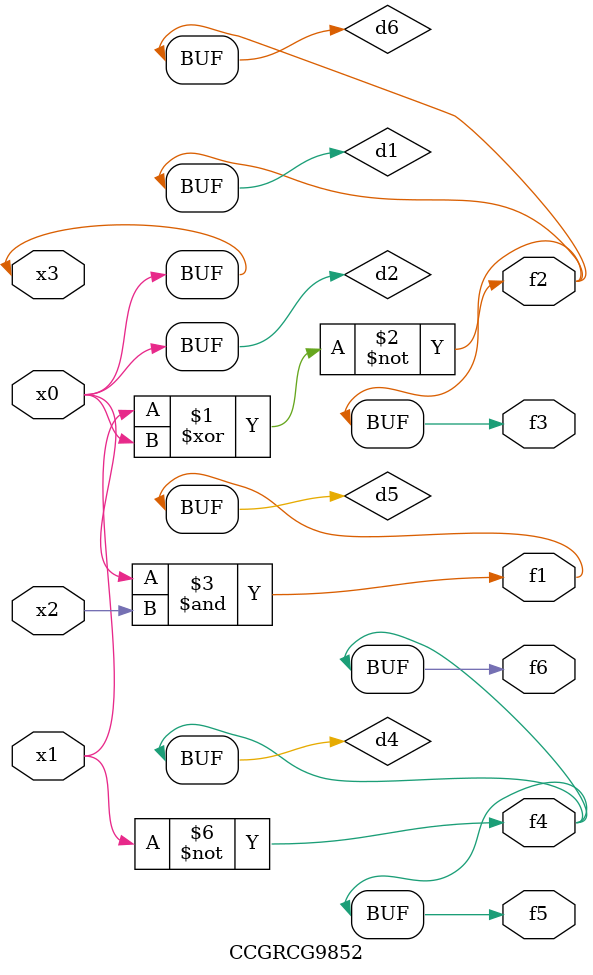
<source format=v>
module CCGRCG9852(
	input x0, x1, x2, x3,
	output f1, f2, f3, f4, f5, f6
);

	wire d1, d2, d3, d4, d5, d6;

	xnor (d1, x1, x3);
	buf (d2, x0, x3);
	nand (d3, x0, x2);
	not (d4, x1);
	nand (d5, d3);
	or (d6, d1);
	assign f1 = d5;
	assign f2 = d6;
	assign f3 = d6;
	assign f4 = d4;
	assign f5 = d4;
	assign f6 = d4;
endmodule

</source>
